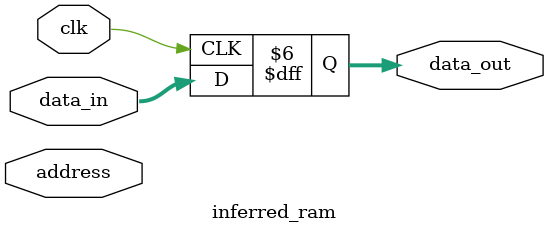
<source format=v>
`define WORD_SIZE 32
`define DEPTH_LOG2 3
`define RAM_DEPTH 2**3

module inferred_ram(
	clk,
	data_in,
	data_out,
	address
);

	input clk;
	input [`DEPTH_LOG2-1:0] address;
	input [`WORD_SIZE-1:0] data_in;
	output [`WORD_SIZE-1:0] data_out;

	reg  [`WORD_SIZE-1:0] mregs [`RAM_DEPTH-1:0];  

	always @ (posedge clk )
	begin
		data_out <= data_in;
		mregs[address] <= data_in;
	end

endmodule

</source>
